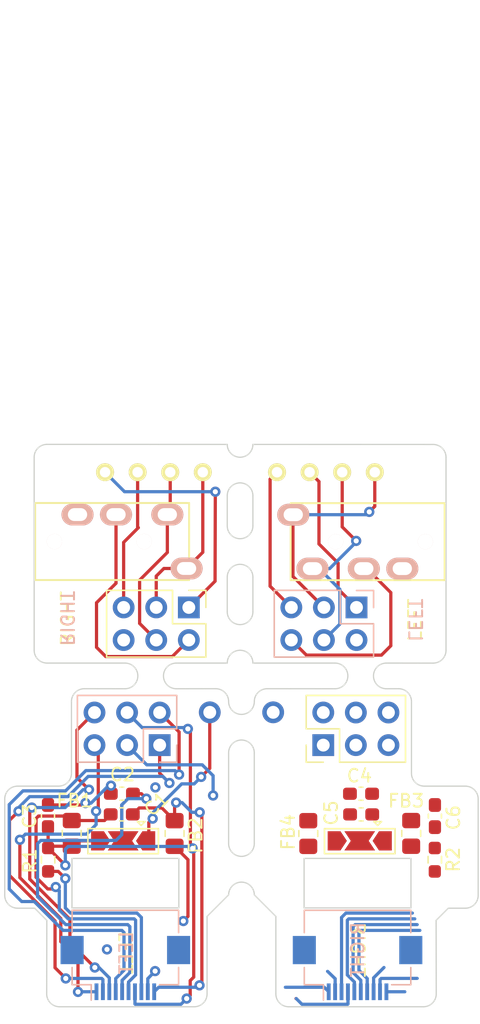
<source format=kicad_pcb>
(kicad_pcb (version 20211014) (generator pcbnew)
  (layers (0 "F.Cu" signal) (31 "B.Cu" signal) (34 "B.Paste" user) (35 "F.Paste" user) (36 "B.SilkS" user "B.Silkscreen") (37 "F.SilkS" user "F.Silkscreen") (38 "B.Mask" user) (39 "F.Mask" user) (44 "Edge.Cuts" user))
  (net 0 "")
  (net 2 "Net-(J1-Pad4)")
  (net 3 "Net-(J2-Pad1)")
  (net 4 "Net-(J2-Pad3)")
  (net 5 "Net-(J1-Pad1)")
  (net 6 "Net-(J1-Pad2)")
  (net 8 "Net-(J4-Pad1)")
  (net 9 "Net-(J4-Pad2)")
  (net 11 "Net-(J4-Pad4)")
  (net 12 "Net-(J5-Pad1)")
  (net 13 "Net-(J5-Pad3)")
  (net 15 "/L_DAT")
  (net 16 "/L_CS")
  (net 17 "/L_EIN")
  (net 18 "/L_DISP")
  (net 19 "VDDA")
  (net 20 "+3V3")
  (net 21 "/L_EXTMODE")
  (net 22 "GND")
  (net 23 "GNDA")
  (net 24 "/L_CLK")
  (net 25 "Net-(J9-Pad1)")
  (net 26 "/R_DISP")
  (net 27 "/R_CLK")
  (net 28 "/R_DAT")
  (net 29 "/R_CS")
  (net 30 "/R_EIN")
  (net 31 "/R_EXTMODE")
  (net 32 "Net-(J12-Pad1)")
  (footprint "Resistor_SMD:R_0603_1608Metric_Pad0.98x0.95mm_HandSolder" (layer "F.Cu") (at 30.597092 85.197141 -90)
    (fp_text reference "R1")
    (fp_text value "10kΩ" hide)
  )
  (footprint "Resistor_SMD:R_0805_2012Metric_Pad1.20x1.40mm_HandSolder" (layer "F.Cu") (at 58.89738 83.15 -90)
    (fp_text reference "FB3")
    (fp_text value "Ferrite_Bead" hide)
  )
  (footprint "Capacitor_SMD:C_0603_1608Metric_Pad1.08x0.95mm_HandSolder" (layer "F.Cu") (at 54.99738 81.67 180)
    (fp_text reference "C5")
    (fp_text value "1uF")
  )
  (footprint "TPS42-Shield:OLED" (layer "F.Cu") (at 52.25 55.01)
    (fp_text reference "J6" hide)
    (fp_text value "OLED" hide)
  )
  (footprint "Capacitor_SMD:C_0603_1608Metric_Pad1.08x0.95mm_HandSolder" (layer "F.Cu") (at 54.98738 80.06)
    (fp_text reference "C4")
    (fp_text value "560pF/680pF" hide)
  )
  (footprint "TPS42-Shield:mouse-bite-2mm-slot" (layer "F.Cu") (at 45.66 85.94 -90)
    (fp_text reference "mouse-bite-2mm-slot" hide)
    (fp_text value "VAL**" hide)
  )
  (footprint "Capacitor_SMD:C_0603_1608Metric_Pad1.08x0.95mm_HandSolder" (layer "F.Cu") (at 36.347092 80.057141 180)
    (fp_text reference "C1")
    (fp_text value "560pF/680pF" hide)
  )
  (footprint "TPS42-Shield:mouse-bite-2mm-slot" (layer "F.Cu") (at 45.57 67.88 90)
    (fp_text reference "mouse-bite-2mm-slot" hide)
    (fp_text value "VAL**" hide)
  )
  (footprint "Connector_PinHeader_2.54mm:PinHeader_2x03_P2.54mm_Vertical" (layer "F.Cu") (at 52.045 76.272141 90)
    (fp_text reference "J11" hide)
    (fp_text value "Conn_01x06" hide)
  )
  (footprint "Resistor_SMD:R_0603_1608Metric_Pad0.98x0.95mm_HandSolder" (layer "F.Cu") (at 60.73738 85.2 -90)
    (fp_text reference "R2")
    (fp_text value "10kΩ")
  )
  (footprint "TPS42-Shield:mouse-bite-2mm-slot" (layer "F.Cu") (at 45.56 54.84 90)
    (fp_text reference "mouse-bite-2mm-slot" hide)
    (fp_text value "VAL**" hide)
  )
  (footprint "Capacitor_SMD:C_0603_1608Metric_Pad1.08x0.95mm_HandSolder" (layer "F.Cu") (at 36.337092 81.667141)
    (fp_text reference "C2")
    (fp_text value "1uF")
  )
  (footprint "Connector_PinHeader_2.54mm:PinHeader_1x01_P2.54mm_Vertical" (layer "F.Cu") (at 48.14 73.717141 180)
    (fp_text reference "J12" hide)
    (fp_text value "Conn_01x01" hide)
  )
  (footprint "TPS42-Shield:mouse-bite-2mm-slot" (layer "F.Cu") (at 45.67 74.88 -90)
    (fp_text reference "mouse-bite-2mm-slot" hide)
    (fp_text value "VAL**" hide)
  )
  (footprint "TPS42-Shield:OLED" (layer "F.Cu") (at 38.845 55.01)
    (fp_text reference "J3")
    (fp_text value "OLED" hide)
  )
  (footprint "Capacitor_SMD:C_0603_1608Metric_Pad1.08x0.95mm_HandSolder" (layer "F.Cu") (at 60.74738 81.8 90)
    (fp_text reference "C6")
    (fp_text value "1uF" hide)
  )
  (footprint "Capacitor_SMD:C_0603_1608Metric_Pad1.08x0.95mm_HandSolder" (layer "F.Cu") (at 30.587092 81.797141 90)
    (fp_text reference "C3")
    (fp_text value "1uF")
  )
  (footprint "Resistor_SMD:R_0805_2012Metric_Pad1.20x1.40mm_HandSolder" (layer "F.Cu") (at 50.87738 83.16 -90)
    (fp_text reference "FB4")
    (fp_text value "Ferrite_Bead" hide)
  )
  (footprint "Jumper:SolderJumper-3_P2.0mm_Open_TrianglePad1.0x1.5mm" (layer "F.Cu") (at 36.447092 83.729641 180)
    (fp_text reference "JP1" hide)
    (fp_text value "Jumper_3_Open" hide)
  )
  (footprint "Connector_PinHeader_2.54mm:PinHeader_2x03_P2.54mm_Vertical" (layer "F.Cu") (at 41.565 65.545 -90)
    (fp_text reference "J2" hide)
    (fp_text value "Conn_01x06" hide)
  )
  (footprint "Resistor_SMD:R_0805_2012Metric_Pad1.20x1.40mm_HandSolder" (layer "F.Cu") (at 40.457092 83.157141 -90)
    (fp_text reference "FB2")
    (fp_text value "Ferrite_Bead" hide)
  )
  (footprint "TPS42-Shield:mouse-bite-2mm-slot" (layer "F.Cu") (at 45.56 61.19 90)
    (fp_text reference "mouse-bite-2mm-slot" hide)
    (fp_text value "VAL**" hide)
  )
  (footprint "Connector_PinHeader_2.54mm:PinHeader_1x01_P2.54mm_Vertical" (layer "F.Cu") (at 43.197092 73.717141 180)
    (fp_text reference "J9" hide)
    (fp_text value "Conn_01x01" hide)
  )
  (footprint "TPS42-Shield:mouse-bite-2mm-slot" (layer "F.Cu") (at 54.96 70.879801 180)
    (fp_text reference "mouse-bite-2mm-slot" hide)
    (fp_text value "VAL**" hide)
  )
  (footprint "Resistor_SMD:R_0805_2012Metric_Pad1.20x1.40mm_HandSolder" (layer "F.Cu") (at 32.437092 83.147141 -90)
    (fp_text reference "FB1")
    (fp_text value "Ferrite_Bead" hide)
  )
  (footprint "TPS42-Shield:mouse-bite-2mm-slot" (layer "F.Cu") (at 38.59 70.88 180)
    (fp_text reference "mouse-bite-2mm-slot" hide)
    (fp_text value "VAL**" hide)
  )
  (footprint "Jumper:SolderJumper-3_P2.0mm_Open_TrianglePad1.0x1.5mm" (layer "F.Cu") (at 54.88738 83.73 180)
    (fp_text reference "JP2" hide)
    (fp_text value "Jumper_3_Open" hide)
  )
  (footprint "TPS42-Shield:MJ-4PP-9" (layer "B.Cu") (at 61.505 58.67 90)
    (fp_text reference "J4" hide)
    (fp_text value "PJ-320A" hide)
  )
  (footprint "Connector_PinHeader_2.54mm:PinHeader_2x03_P2.54mm_Vertical" (layer "B.Cu") (at 49.555 65.545 -90)
    (fp_text reference "J5" hide)
    (fp_text value "Conn_01x06" hide)
  )
  (footprint "Connector_FFC-FPC:Hirose_FH12-10S-0.5SH_1x10-1MP_P0.50mm_Horizontal" (layer "B.Cu") (at 36.617092 93.637141)
    (fp_text reference "J7" hide)
    (fp_text value "FH12-10S-0.5SH" hide)
  )
  (footprint "Connector_FFC-FPC:Hirose_FH12-10S-0.5SH_1x10-1MP_P0.50mm_Horizontal" (layer "B.Cu") (at 54.71738 93.64)
    (fp_text reference "J10" hide)
    (fp_text value "FH12-10S-0.5SH" hide)
  )
  (footprint "Connector_PinHeader_2.54mm:PinHeader_2x03_P2.54mm_Vertical" (layer "B.Cu") (at 39.292092 76.272141 90)
    (fp_text reference "J8" hide)
    (fp_text value "Conn_01x06" hide)
  )
  (footprint "TPS42-Shield:MJ-4PP-9" (layer "B.Cu") (at 29.59 62.16 -90)
    (fp_text reference "J1" hide)
    (fp_text value "PJ-320A" hide)
  )
  (gr_arc (start 28.217092 88.977141) (mid 27.509951 88.684233) (end 27.217043 87.977092) (layer "Edge.Cuts") (width 0.1))
  (gr_line (start 44.56 63.186396) (end 44.56 65.883604) (layer "Edge.Cuts") (width 0.1))
  (gr_arc (start 44.56 63.186396) (mid 45.56 62.186396) (end 46.56 63.186396) (layer "Edge.Cuts") (width 0.1))
  (gr_arc (start 42.987092 95.657141) (mid 42.694184 96.364282) (end 41.987043 96.65719) (layer "Edge.Cuts") (width 0.1))
  (gr_line (start 58.88 85.097141) (end 50.55 85.097141) (layer "Edge.Cuts") (width 0.1))
  (gr_line (start 29.547092 88.977141) (end 28.217092 88.977141) (layer "Edge.Cuts") (width 0.1))
  (gr_arc (start 27.217092 80.467141) (mid 27.51 79.76) (end 28.217141 79.467092) (layer "Edge.Cuts") (width 0.1))
  (gr_arc (start 46.56 65.883604) (mid 45.56 66.883604) (end 44.56 65.883604) (layer "Edge.Cuts") (width 0.1))
  (gr_line (start 30.487043 95.657092) (end 30.497092 89.927141) (layer "Edge.Cuts") (width 0.1))
  (gr_arc (start 61.612908 68.882859) (mid 61.32 69.59) (end 60.612859 69.882908) (layer "Edge.Cuts") (width 0.1))
  (gr_line (start 46.56 56.84) (end 46.56 59.19) (layer "Edge.Cuts") (width 0.1))
  (gr_arc (start 44.667141 76.873586) (mid 45.667141 75.873586) (end 46.667141 76.873586) (layer "Edge.Cuts") (width 0.1))
  (gr_line (start 61.612908 53.847141) (end 61.612908 68.882859) (layer "Edge.Cuts") (width 0.1))
  (gr_line (start 58.88 88.957141) (end 58.88 85.097141) (layer "Edge.Cuts") (width 0.1))
  (gr_line (start 61.79 88.977141) (end 60.84 89.927141) (layer "Edge.Cuts") (width 0.1))
  (gr_line (start 32.457092 88.957141) (end 40.787092 88.957141) (layer "Edge.Cuts") (width 0.1))
  (gr_arc (start 46.669951 72.87719) (mid 45.668546 73.878595) (end 44.667141 72.87719) (layer "Edge.Cuts") (width 0.1))
  (gr_line (start 52.96 69.879602) (end 46.56 69.88) (layer "Edge.Cuts") (width 0.1))
  (gr_line (start 36.59 71.880199) (end 33.417141 71.877092) (layer "Edge.Cuts") (width 0.1))
  (gr_line (start 58.92 72.877141) (end 58.92 78.467141) (layer "Edge.Cuts") (width 0.1))
  (gr_arc (start 31.487092 96.657141) (mid 30.779951 96.364233) (end 30.487043 95.657092) (layer "Edge.Cuts") (width 0.1))
  (gr_line (start 40.59 69.879801) (end 44.56 69.88) (layer "Edge.Cuts") (width 0.1))
  (gr_line (start 41.987043 96.65719) (end 31.487092 96.657141) (layer "Edge.Cuts") (width 0.1))
  (gr_arc (start 57.919951 71.877092) (mid 58.627092 72.17) (end 58.92 72.877141) (layer "Edge.Cuts") (width 0.1))
  (gr_arc (start 63.119951 79.467092) (mid 63.827092 79.76) (end 64.12 80.467141) (layer "Edge.Cuts") (width 0.1))
  (gr_line (start 52.96 71.88) (end 47.67 71.877141) (layer "Edge.Cuts") (width 0.1))
  (gr_arc (start 44.56 56.84) (mid 45.56 55.84) (end 46.56 56.84) (layer "Edge.Cuts") (width 0.1))
  (gr_arc (start 64.120049 87.977092) (mid 63.827141 88.684233) (end 63.12 88.977141) (layer "Edge.Cuts") (width 0.1))
  (gr_arc (start 46.56 52.843604) (mid 45.56 53.843604) (end 44.56 52.843604) (layer "Edge.Cuts") (width 0.1))
  (gr_line (start 48.35 95.657141) (end 48.35 89.617141) (layer "Edge.Cuts") (width 0.1))
  (gr_line (start 44.667141 76.873586) (end 44.667092 83.940745) (layer "Edge.Cuts") (width 0.1))
  (gr_arc (start 59.920049 79.46719) (mid 59.212908 79.174282) (end 58.92 78.467141) (layer "Edge.Cuts") (width 0.1))
  (gr_line (start 40.787092 85.097141) (end 32.457092 85.097141) (layer "Edge.Cuts") (width 0.1))
  (gr_arc (start 56.96 71.88) (mid 55.959801 70.879801) (end 56.96 69.879602) (layer "Edge.Cuts") (width 0.1))
  (gr_line (start 60.612859 69.882908) (end 56.96 69.879602) (layer "Edge.Cuts") (width 0.1))
  (gr_line (start 50.55 85.097141) (end 50.55 88.957141) (layer "Edge.Cuts") (width 0.1))
  (gr_arc (start 44.667092 87.937141) (mid 45.668546 86.935687) (end 46.67 87.937141) (layer "Edge.Cuts") (width 0.1))
  (gr_arc (start 49.350049 96.65719) (mid 48.642908 96.364282) (end 48.35 95.657141) (layer "Edge.Cuts") (width 0.1))
  (gr_arc (start 40.59 71.880199) (mid 39.589801 70.88) (end 40.59 69.879801) (layer "Edge.Cuts") (width 0.1))
  (gr_line (start 56.96 71.88) (end 57.919951 71.877092) (layer "Edge.Cuts") (width 0.1))
  (gr_line (start 28.217141 79.467092) (end 31.417043 79.46719) (layer "Edge.Cuts") (width 0.1))
  (gr_arc (start 32.417092 78.467141) (mid 32.124184 79.174282) (end 31.417043 79.46719) (layer "Edge.Cuts") (width 0.1))
  (gr_line (start 44.56 56.84) (end 44.56 59.19) (layer "Edge.Cuts") (width 0.1))
  (gr_line (start 36.59 69.879801) (end 30.51 69.88) (layer "Edge.Cuts") (width 0.1))
  (gr_line (start 27.217043 87.977092) (end 27.217092 80.467141) (layer "Edge.Cuts") (width 0.1))
  (gr_arc (start 46.669951 72.87719) (mid 46.962859 72.170049) (end 47.67 71.877141) (layer "Edge.Cuts") (width 0.1))
  (gr_arc (start 52.96 69.879602) (mid 53.960199 70.879801) (end 52.96 71.88) (layer "Edge.Cuts") (width 0.1))
  (gr_line (start 48.35 89.617141) (end 46.67 87.937141) (layer "Edge.Cuts") (width 0.1))
  (gr_line (start 30.497092 89.927141) (end 29.547092 88.977141) (layer "Edge.Cuts") (width 0.1))
  (gr_line (start 44.667092 87.937141) (end 42.987092 89.617141) (layer "Edge.Cuts") (width 0.1))
  (gr_line (start 50.55 88.957141) (end 58.88 88.957141) (layer "Edge.Cuts") (width 0.1))
  (gr_line (start 40.787092 88.957141) (end 40.787092 85.097141) (layer "Edge.Cuts") (width 0.1))
  (gr_arc (start 60.612859 52.847092) (mid 61.32 53.14) (end 61.612908 53.847141) (layer "Edge.Cuts") (width 0.1))
  (gr_line (start 42.987092 89.617141) (end 42.987092 95.657141) (layer "Edge.Cuts") (width 0.1))
  (gr_line (start 63.12 88.977141) (end 61.79 88.977141) (layer "Edge.Cuts") (width 0.1))
  (gr_arc (start 44.56 69.88) (mid 45.56 68.88) (end 46.56 69.88) (layer "Edge.Cuts") (width 0.1))
  (gr_arc (start 29.509951 53.84) (mid 29.802859 53.132859) (end 30.51 52.839951) (layer "Edge.Cuts") (width 0.1))
  (gr_line (start 32.417092 78.467141) (end 32.417092 72.877141) (layer "Edge.Cuts") (width 0.1))
  (gr_line (start 30.51 52.839951) (end 44.56 52.843604) (layer "Edge.Cuts") (width 0.1))
  (gr_arc (start 46.56 59.19) (mid 45.56 60.19) (end 44.56 59.19) (layer "Edge.Cuts") (width 0.1))
  (gr_line (start 46.56 65.883604) (end 46.56 63.186396) (layer "Edge.Cuts") (width 0.1))
  (gr_line (start 29.509951 68.879951) (end 29.509951 53.84) (layer "Edge.Cuts") (width 0.1))
  (gr_line (start 32.457092 85.097141) (end 32.457092 88.957141) (layer "Edge.Cuts") (width 0.1))
  (gr_arc (start 32.417092 72.877141) (mid 32.71 72.17) (end 33.417141 71.877092) (layer "Edge.Cuts") (width 0.1))
  (gr_line (start 59.85 96.657141) (end 49.350049 96.65719) (layer "Edge.Cuts") (width 0.1))
  (gr_arc (start 43.667092 71.877141) (mid 44.374233 72.170049) (end 44.667141 72.87719) (layer "Edge.Cuts") (width 0.1))
  (gr_arc (start 30.51 69.88) (mid 29.802859 69.587092) (end 29.509951 68.879951) (layer "Edge.Cuts") (width 0.1))
  (gr_line (start 60.84 89.927141) (end 60.850049 95.657092) (layer "Edge.Cuts") (width 0.1))
  (gr_arc (start 46.667092 83.940745) (mid 45.667092 84.940745) (end 44.667092 83.940745) (layer "Edge.Cuts") (width 0.1))
  (gr_line (start 46.667092 83.940745) (end 46.667141 76.873586) (layer "Edge.Cuts") (width 0.1))
  (gr_line (start 46.56 52.843604) (end 60.612859 52.847092) (layer "Edge.Cuts") (width 0.1))
  (gr_line (start 40.59 71.880199) (end 43.667092 71.877141) (layer "Edge.Cuts") (width 0.1))
  (gr_line (start 64.12 80.467141) (end 64.120049 87.977092) (layer "Edge.Cuts") (width 0.1))
  (gr_arc (start 60.850049 95.657092) (mid 60.557141 96.364233) (end 59.85 96.657141) (layer "Edge.Cuts") (width 0.1))
  (gr_arc (start 36.59 69.879801) (mid 37.590199 70.88) (end 36.59 71.880199) (layer "Edge.Cuts") (width 0.1))
  (gr_line (start 59.920049 79.46719) (end 63.119951 79.467092) (layer "Edge.Cuts") (width 0.1))
  (gr_text "RIGHT" (at 32.07 66.4 -90) (layer "B.SilkS") (effects (font (size 1 1)) (justify mirror)))
  (gr_text "LEFT" (at 59.205 66.53 -90) (layer "B.SilkS") (effects (font (size 1 1)) (justify mirror)))
  (gr_text "RIGHT" (at 54.74 92.21 90) (layer "B.SilkS") (effects (font (size 1 1)) (justify mirror)))
  (gr_text "LEFT" (at 36.69 92.46 90) (layer "B.SilkS") (effects (font (size 1 1)) (justify mirror)))
  (gr_text "RIGHT" (at 54.74 92.21 270) (layer "F.SilkS") (effects (font (size 1 1))))
  (gr_text "LEFT" (at 36.6 92.43 270) (layer "F.SilkS") (effects (font (size 1 1))))
  (gr_text "RIGHT" (at 32.129903 66.419234 90) (layer "F.SilkS") (effects (font (size 1 1))))
  (gr_text "LEFT" (at 59.205 66.53 90) (layer "F.SilkS") (effects (font (size 1 1))))
  (segment (start 42.655 61.245) (end 42.655 55.01) (width 0.25) (layer "F.Cu") (net 2))
  (segment (start 41.39 62.51) (end 42.655 61.245) (width 0.25) (layer "F.Cu") (net 2))
  (segment (start 39.025 63.105) (end 39.62 62.51) (width 0.25) (layer "F.Cu") (net 2))
  (segment (start 39.62 62.51) (end 41.39 62.51) (width 0.25) (layer "F.Cu") (net 2))
  (segment (start 39.025 65.545) (end 39.025 63.105) (width 0.25) (layer "F.Cu") (net 2))
  (segment (start 41.565 65.545) (end 43.61 63.5) (width 0.25) (layer "F.Cu") (net 3))
  (segment (start 43.61 63.5) (end 43.63 56.53) (width 0.25) (layer "F.Cu") (net 3))
  (via (at 43.63 56.53) (size 0.8) (drill 0.4) (layers "F.Cu" "B.Cu") (net 3))
  (segment (start 43.63 56.53) (end 36.555 56.53) (width 0.25) (layer "B.Cu") (net 3))
  (segment (start 36.555 56.53) (end 35.035 55.01) (width 0.25) (layer "B.Cu") (net 3))
  (segment (start 36.485 65.545) (end 36.485 60.475) (width 0.25) (layer "F.Cu") (net 4))
  (segment (start 36.485 60.475) (end 37.63 59.33) (width 0.25) (layer "F.Cu") (net 4))
  (segment (start 37.575 59.275) (end 37.575 55.01) (width 0.25) (layer "F.Cu") (net 4))
  (segment (start 37.63 59.33) (end 37.575 59.275) (width 0.25) (layer "F.Cu") (net 4))
  (segment (start 40.115 55.01) (end 40.115 58.085) (width 0.25) (layer "F.Cu") (net 5))
  (segment (start 37.73 63.42) (end 37.73 66.79) (width 0.25) (layer "F.Cu") (net 5))
  (segment (start 37.73 66.79) (end 39.025 68.085) (width 0.25) (layer "F.Cu") (net 5))
  (segment (start 39.89 61.26) (end 37.73 63.42) (width 0.25) (layer "F.Cu") (net 5))
  (segment (start 40.115 58.085) (end 39.89 58.31) (width 0.25) (layer "F.Cu") (net 5))
  (segment (start 39.89 58.31) (end 39.89 61.26) (width 0.25) (layer "F.Cu") (net 5))
  (segment (start 35.89 58.31) (end 35.89 63.66) (width 0.25) (layer "F.Cu") (net 6))
  (segment (start 35.09 69.37) (end 40.28 69.37) (width 0.25) (layer "F.Cu") (net 6))
  (segment (start 35.89 63.66) (end 34.37 65.18) (width 0.25) (layer "F.Cu") (net 6))
  (segment (start 34.37 68.65) (end 35.09 69.37) (width 0.25) (layer "F.Cu") (net 6))
  (segment (start 40.28 69.37) (end 41.565 68.085) (width 0.25) (layer "F.Cu") (net 6))
  (segment (start 34.37 65.18) (end 34.37 68.65) (width 0.25) (layer "F.Cu") (net 6))
  (segment (start 53.52 55.01) (end 53.52 59.27) (width 0.25) (layer "F.Cu") (net 8))
  (segment (start 53.52 59.27) (end 54.61 60.36) (width 0.25) (layer "F.Cu") (net 8))
  (via (at 54.61 60.36) (size 0.8) (drill 0.4) (layers "F.Cu" "B.Cu") (net 8))
  (segment (start 54.61 60.45) (end 54.61 60.36) (width 0.25) (layer "B.Cu") (net 8))
  (segment (start 52.095 68.085) (end 53.34 66.84) (width 0.25) (layer "B.Cu") (net 8))
  (segment (start 51.72 62.52) (end 51.205 62.52) (width 0.25) (layer "B.Cu") (net 8))
  (segment (start 53.34 66.84) (end 53.34 64.14) (width 0.25) (layer "B.Cu") (net 8))
  (segment (start 53.34 64.14) (end 51.72 62.52) (width 0.25) (layer "B.Cu") (net 8))
  (segment (start 51.205 62.52) (end 52.54 62.52) (width 0.25) (layer "B.Cu") (net 8))
  (segment (start 52.54 62.52) (end 54.61 60.45) (width 0.25) (layer "B.Cu") (net 8))
  (segment (start 57.31 64.39) (end 57.31 68.53) (width 0.25) (layer "F.Cu") (net 9))
  (segment (start 55.44 62.52) (end 57.31 64.39) (width 0.25) (layer "F.Cu") (net 9))
  (segment (start 55.205 62.52) (end 55.44 62.52) (width 0.25) (layer "F.Cu") (net 9))
  (segment (start 57.31 68.53) (end 56.580489 69.259511) (width 0.25) (layer "F.Cu") (net 9))
  (segment (start 50.729511 69.259511) (end 49.555 68.085) (width 0.25) (layer "F.Cu") (net 9))
  (segment (start 56.580489 69.259511) (end 50.729511 69.259511) (width 0.25) (layer "F.Cu") (net 9))
  (segment (start 56.06 55.01) (end 56.06 57.67) (width 0.25) (layer "F.Cu") (net 11))
  (segment (start 49.68048 58.34452) (end 49.705 58.32) (width 0.25) (layer "F.Cu") (net 11))
  (segment (start 56.06 57.67) (end 55.63 58.1) (width 0.25) (layer "F.Cu") (net 11))
  (segment (start 52.095 65.545) (end 49.68048 63.13048) (width 0.25) (layer "F.Cu") (net 11))
  (segment (start 49.68048 63.13048) (end 49.68048 58.34452) (width 0.25) (layer "F.Cu") (net 11))
  (via (at 55.63 58.1) (size 0.8) (drill 0.4) (layers "F.Cu" "B.Cu") (net 11))
  (segment (start 55.41 58.32) (end 55.63 58.1) (width 0.25) (layer "B.Cu") (net 11))
  (segment (start 49.705 58.32) (end 55.41 58.32) (width 0.25) (layer "B.Cu") (net 11))
  (segment (start 47.9 55.55) (end 47.9 63.89) (width 0.25) (layer "F.Cu") (net 12))
  (segment (start 48.44 55.01) (end 47.9 55.55) (width 0.25) (layer "F.Cu") (net 12))
  (segment (start 47.9 63.89) (end 49.555 65.545) (width 0.25) (layer "F.Cu") (net 12))
  (segment (start 53.2 62.09) (end 51.71 60.6) (width 0.25) (layer "F.Cu") (net 13))
  (segment (start 51.71 60.6) (end 51.71 55.74) (width 0.25) (layer "F.Cu") (net 13))
  (segment (start 54.635 65.545) (end 53.2 64.11) (width 0.25) (layer "F.Cu") (net 13))
  (segment (start 53.2 64.11) (end 53.2 62.09) (width 0.25) (layer "F.Cu") (net 13))
  (segment (start 51.71 55.74) (end 50.98 55.01) (width 0.25) (layer "F.Cu") (net 13))
  (segment (start 28.291592 81.424919) (end 27.587092 82.129419) (width 0.25) (layer "F.Cu") (net 15))
  (segment (start 31.137572 89.973339) (end 31.137572 93.614652) (width 0.25) (layer "F.Cu") (net 15))
  (segment (start 39.292092 78.462235) (end 39.292092 76.272141) (width 0.25) (layer "F.Cu") (net 15))
  (segment (start 27.587092 82.129419) (end 27.587092 86.422859) (width 0.25) (layer "F.Cu") (net 15))
  (segment (start 31.137572 93.614652) (end 31.973251 94.450331) (width 0.25) (layer "F.Cu") (net 15))
  (segment (start 27.587092 86.422859) (end 31.137572 89.973339) (width 0.25) (layer "F.Cu") (net 15))
  (segment (start 40.052935 79.223078) (end 39.292092 78.462235) (width 0.25) (layer "F.Cu") (net 15))
  (via (at 40.052935 79.223078) (size 0.8) (drill 0.4) (layers "F.Cu" "B.Cu") (net 15))
  (via (at 28.291592 81.424919) (size 0.8) (drill 0.4) (layers "F.Cu" "B.Cu") (net 15))
  (via (at 31.973251 94.450331) (size 0.8) (drill 0.4) (layers "F.Cu" "B.Cu") (net 15))
  (segment (start 29.152958 80.286661) (end 28.291592 81.148027) (width 0.25) (layer "B.Cu") (net 15))
  (segment (start 28.291592 81.148027) (end 28.291592 81.424919) (width 0.25) (layer "B.Cu") (net 15))
  (segment (start 34.776114 94.447141) (end 31.973251 94.450331) (width 0.25) (layer "B.Cu") (net 15))
  (segment (start 40.052935 79.223078) (end 39.536518 78.706661) (width 0.25) (layer "B.Cu") (net 15))
  (segment (start 33.72329 78.706661) (end 32.14329 80.286661) (width 0.25) (layer "B.Cu") (net 15))
  (segment (start 34.867092 95.487141) (end 34.867092 94.538119) (width 0.25) (layer "B.Cu") (net 15))
  (segment (start 34.867092 94.538119) (end 34.776114 94.447141) (width 0.25) (layer "B.Cu") (net 15))
  (segment (start 39.536518 78.706661) (end 33.72329 78.706661) (width 0.25) (layer "B.Cu") (net 15))
  (segment (start 32.14329 80.286661) (end 29.152958 80.286661) (width 0.25) (layer "B.Cu") (net 15))
  (segment (start 29.167092 81.297141) (end 29.167092 86.712859) (width 0.25) (layer "F.Cu") (net 16))
  (segment (start 33.782592 79.741161) (end 32.847092 78.805661) (width 0.25) (layer "F.Cu") (net 16))
  (segment (start 32.297092 89.842859) (end 32.297092 91.657141) (width 0.25) (layer "F.Cu") (net 16))
  (segment (start 32.847092 75.097141) (end 34.212092 73.732141) (width 0.25) (layer "F.Cu") (net 16))
  (segment (start 29.167092 86.712859) (end 32.297092 89.842859) (width 0.25) (layer "F.Cu") (net 16))
  (segment (start 32.297092 91.657141) (end 34.237092 93.597141) (width 0.25) (layer "F.Cu") (net 16))
  (segment (start 29.327092 81.137141) (end 29.167092 81.297141) (width 0.25) (layer "F.Cu") (net 16))
  (segment (start 32.847092 78.805661) (end 32.847092 75.097141) (width 0.25) (layer "F.Cu") (net 16))
  (via (at 29.327092 81.137141) (size 0.8) (drill 0.4) (layers "F.Cu" "B.Cu") (net 16))
  (via (at 33.782592 79.741161) (size 0.8) (drill 0.4) (layers "F.Cu" "B.Cu") (net 16))
  (via (at 34.237092 93.597141) (size 0.8) (drill 0.4) (layers "F.Cu" "B.Cu") (net 16))
  (segment (start 35.367092 94.402401) (end 34.561832 93.597141) (width 0.25) (layer "B.Cu") (net 16))
  (segment (start 33.324508 79.741161) (end 31.928528 81.137141) (width 0.25) (layer "B.Cu") (net 16))
  (segment (start 34.561832 93.597141) (end 34.237092 93.597141) (width 0.25) (layer "B.Cu") (net 16))
  (segment (start 31.928528 81.137141) (end 29.327092 81.137141) (width 0.25) (layer "B.Cu") (net 16))
  (segment (start 33.782592 79.741161) (end 33.324508 79.741161) (width 0.25) (layer "B.Cu") (net 16))
  (segment (start 35.367092 95.487141) (end 35.367092 94.402401) (width 0.25) (layer "B.Cu") (net 16))
  (segment (start 40.807092 75.247141) (end 39.292092 73.732141) (width 0.25) (layer "F.Cu") (net 17))
  (segment (start 40.807092 78.567141) (end 40.807092 75.247141) (width 0.25) (layer "F.Cu") (net 17))
  (via (at 40.807092 78.567141) (size 0.8) (drill 0.4) (layers "F.Cu" "B.Cu") (net 17))
  (segment (start 31.765652 90.705701) (end 36.345652 90.705701) (width 0.25) (layer "B.Cu") (net 17))
  (segment (start 27.567092 87.487141) (end 28.537092 88.457141) (width 0.25) (layer "B.Cu") (net 17))
  (segment (start 40.497092 78.257141) (end 33.537092 78.257141) (width 0.25) (layer "B.Cu") (net 17))
  (segment (start 35.867092 94.455705) (end 35.867092 95.487141) (width 0.25) (layer "B.Cu") (net 17))
  (segment (start 27.567092 80.907141) (end 27.567092 87.487141) (width 0.25) (layer "B.Cu") (net 17))
  (segment (start 36.345652 90.705701) (end 36.511374 90.871423) (width 0.25) (layer "B.Cu") (net 17))
  (segment (start 33.537092 78.257141) (end 31.957092 79.837141) (width 0.25) (layer "B.Cu") (net 17))
  (segment (start 28.637092 79.837141) (end 27.567092 80.907141) (width 0.25) (layer "B.Cu") (net 17))
  (segment (start 29.517092 88.457141) (end 31.765652 90.705701) (width 0.25) (layer "B.Cu") (net 17))
  (segment (start 28.537092 88.457141) (end 29.517092 88.457141) (width 0.25) (layer "B.Cu") (net 17))
  (segment (start 40.807092 78.567141) (end 40.497092 78.257141) (width 0.25) (layer "B.Cu") (net 17))
  (segment (start 31.957092 79.837141) (end 28.637092 79.837141) (width 0.25) (layer "B.Cu") (net 17))
  (segment (start 36.511374 93.811423) (end 35.867092 94.455705) (width 0.25) (layer "B.Cu") (net 17))
  (segment (start 36.511374 90.871423) (end 36.511374 93.811423) (width 0.25) (layer "B.Cu") (net 17))
  (segment (start 36.337572 80.929161) (end 36.337572 83.620121) (width 0.25) (layer "F.Cu") (net 18))
  (segment (start 38.254296 80.442641) (end 37.868796 80.057141) (width 0.25) (layer "F.Cu") (net 18))
  (segment (start 37.209592 80.057141) (end 36.337572 80.929161) (width 0.25) (layer "F.Cu") (net 18))
  (segment (start 37.868796 80.057141) (end 37.209592 80.057141) (width 0.25) (layer "F.Cu") (net 18))
  (segment (start 36.337572 83.620121) (end 36.447092 83.729641) (width 0.25) (layer "F.Cu") (net 18))
  (via (at 38.254296 80.442641) (size 0.8) (drill 0.4) (layers "F.Cu" "B.Cu") (net 18))
  (segment (start 36.807092 90.256181) (end 36.968052 90.417141) (width 0.25) (layer "B.Cu") (net 18))
  (segment (start 36.367092 94.591423) (end 36.367092 95.487141) (width 0.25) (layer "B.Cu") (net 18))
  (segment (start 31.007572 89.289057) (end 31.974696 90.256181) (width 0.25) (layer "B.Cu") (net 18))
  (segment (start 38.254296 80.442641) (end 36.821592 80.442641) (width 0.25) (layer "B.Cu") (net 18))
  (segment (start 36.968052 90.417141) (end 36.968052 93.990463) (width 0.25) (layer "B.Cu") (net 18))
  (segment (start 35.897092 83.697141) (end 30.027092 83.697141) (width 0.25) (layer "B.Cu") (net 18))
  (segment (start 29.774951 88.079282) (end 30.984726 89.289057) (width 0.25) (layer "B.Cu") (net 18))
  (segment (start 36.337092 83.257141) (end 35.897092 83.697141) (width 0.25) (layer "B.Cu") (net 18))
  (segment (start 36.337092 80.927141) (end 36.337092 83.257141) (width 0.25) (layer "B.Cu") (net 18))
  (segment (start 29.774951 83.949282) (end 29.774951 88.079282) (width 0.25) (layer "B.Cu") (net 18))
  (segment (start 30.027092 83.697141) (end 29.774951 83.949282) (width 0.25) (layer "B.Cu") (net 18))
  (segment (start 36.821592 80.442641) (end 36.337092 80.927141) (width 0.25) (layer "B.Cu") (net 18))
  (segment (start 31.974696 90.256181) (end 36.807092 90.256181) (width 0.25) (layer "B.Cu") (net 18))
  (segment (start 30.984726 89.289057) (end 31.007572 89.289057) (width 0.25) (layer "B.Cu") (net 18))
  (segment (start 36.968052 93.990463) (end 36.367092 94.591423) (width 0.25) (layer "B.Cu") (net 18))
  (segment (start 32.437092 82.147141) (end 34.994592 82.147141) (width 0.25) (layer "F.Cu") (net 19))
  (segment (start 29.657092 86.567141) (end 29.657092 81.987141) (width 0.25) (layer "F.Cu") (net 19))
  (segment (start 30.568052 87.478101) (end 29.657092 86.567141) (width 0.25) (layer "F.Cu") (net 19))
  (segment (start 31.192592 87.327141) (end 31.041632 87.478101) (width 0.25) (layer "F.Cu") (net 19))
  (segment (start 31.041632 87.478101) (end 30.568052 87.478101) (width 0.25) (layer "F.Cu") (net 19))
  (segment (start 29.846612 81.797621) (end 32.087572 81.797621) (width 0.25) (layer "F.Cu") (net 19))
  (segment (start 29.657092 81.987141) (end 29.846612 81.797621) (width 0.25) (layer "F.Cu") (net 19))
  (segment (start 32.087572 81.797621) (end 32.437092 82.147141) (width 0.25) (layer "F.Cu") (net 19))
  (segment (start 34.994592 82.147141) (end 35.474592 81.667141) (width 0.25) (layer "F.Cu") (net 19))
  (via (at 31.192592 87.327141) (size 0.8) (drill 0.4) (layers "F.Cu" "B.Cu") (net 19))
  (segment (start 31.467572 87.602121) (end 31.467572 89.113338) (width 0.25) (layer "B.Cu") (net 19))
  (segment (start 59.362396 90.256181) (end 54.53 90.256181) (width 0.25) (layer "B.Cu") (net 19))
  (segment (start 54.53 90.256181) (end 54.36904 90.417141) (width 0.25) (layer "B.Cu") (net 19))
  (segment (start 54.36904 93.990463) (end 54.97 94.591423) (width 0.25) (layer "B.Cu") (net 19))
  (segment (start 36.867092 94.727141) (end 36.867092 95.487141) (width 0.25) (layer "B.Cu") (net 19))
  (segment (start 37.417572 94.176661) (end 36.867092 94.727141) (width 0.25) (layer "B.Cu") (net 19))
  (segment (start 31.467572 89.113338) (end 32.160894 89.806661) (width 0.25) (layer "B.Cu") (net 19))
  (segment (start 37.306612 89.806661) (end 37.417572 89.917621) (width 0.25) (layer "B.Cu") (net 19))
  (segment (start 32.160894 89.806661) (end 37.306612 89.806661) (width 0.25) (layer "B.Cu") (net 19))
  (segment (start 54.36904 90.417141) (end 54.36904 93.990463) (width 0.25) (layer "B.Cu") (net 19))
  (segment (start 31.192592 87.327141) (end 31.467572 87.602121) (width 0.25) (layer "B.Cu") (net 19))
  (segment (start 54.97 94.591423) (end 54.97 95.487141) (width 0.25) (layer "B.Cu") (net 19))
  (segment (start 37.417572 89.917621) (end 37.417572 94.176661) (width 0.25) (layer "B.Cu") (net 19))
  (segment (start 34.447092 83.729641) (end 32.854592 83.729641) (width 0.25) (layer "F.Cu") (net 20))
  (segment (start 41.857092 84.317141) (end 41.947572 84.407621) (width 0.25) (layer "F.Cu") (net 20))
  (segment (start 32.437092 84.147141) (end 30.734592 84.147141) (width 0.25) (layer "F.Cu") (net 20))
  (segment (start 41.672581 95.761652) (end 41.627092 95.807141) (width 0.25) (layer "F.Cu") (net 20))
  (segment (start 30.597092 82.669641) (end 30.587092 82.659641) (width 0.25) (layer "F.Cu") (net 20))
  (segment (start 41.672581 94.622132) (end 41.672581 95.761652) (width 0.25) (layer "F.Cu") (net 20))
  (segment (start 32.854592 83.729641) (end 32.437092 84.147141) (width 0.25) (layer "F.Cu") (net 20))
  (segment (start 30.734592 84.147141) (end 30.597092 84.284641) (width 0.25) (layer "F.Cu") (net 20))
  (segment (start 41.490289 75.006013) (end 41.687092 75.202816) (width 0.25) (layer "F.Cu") (net 20))
  (segment (start 41.627092 95.807141) (end 41.607092 95.807141) (width 0.25) (layer "F.Cu") (net 20))
  (segment (start 30.597092 84.284641) (end 30.597092 82.669641) (width 0.25) (layer "F.Cu") (net 20))
  (segment (start 31.939421 85.62697) (end 30.597092 84.284641) (width 0.25) (layer "F.Cu") (net 20))
  (segment (start 41.687092 84.147141) (end 41.857092 84.317141) (width 0.25) (layer "F.Cu") (net 20))
  (segment (start 59.18 84.167141) (end 59.397671 84.384812) (width 0.25) (layer "F.Cu") (net 20))
  (segment (start 41.607092 95.807141) (end 41.397092 96.017141) (width 0.25) (layer "F.Cu") (net 20))
  (segment (start 41.947572 84.407621) (end 41.947572 94.347141) (width 0.25) (layer "F.Cu") (net 20))
  (segment (start 41.687092 75.202816) (end 41.687092 84.147141) (width 0.25) (layer "F.Cu") (net 20))
  (segment (start 41.947572 94.347141) (end 41.672581 94.622132) (width 0.25) (layer "F.Cu") (net 20))
  (segment (start 31.939421 85.63827) (end 31.939421 85.62697) (width 0.25) (layer "F.Cu") (net 20))
  (via (at 41.857092 84.317141) (size 0.8) (drill 0.4) (layers "F.Cu" "B.Cu") (net 20))
  (via (at 41.397092 96.017141) (size 0.8) (drill 0.4) (layers "F.Cu" "B.Cu") (net 20))
  (via (at 41.490289 75.006013) (size 0.8) (drill 0.4) (layers "F.Cu" "B.Cu") (net 20))
  (via (at 31.939421 85.63827) (size 0.8) (drill 0.4) (layers "F.Cu" "B.Cu") (net 20))
  (segment (start 41.490289 75.006013) (end 41.390928 74.906652) (width 0.25) (layer "B.Cu") (net 20))
  (segment (start 55.47 94.455705) (end 55.47 95.487141) (width 0.25) (layer "B.Cu") (net 20))
  (segment (start 37.392581 96.461652) (end 40.952581 96.461652) (width 0.25) (layer "B.Cu") (net 20))
  (segment (start 37.367092 95.487141) (end 37.367092 96.436163) (width 0.25) (layer "B.Cu") (net 20))
  (segment (start 41.857092 84.317141) (end 41.707092 84.167141) (width 0.25) (layer "B.Cu") (net 20))
  (segment (start 40.952581 96.461652) (end 41.397092 96.017141) (width 0.25) (layer "B.Cu") (net 20))
  (segment (start 37.367092 96.436163) (end 37.392581 96.461652) (width 0.25) (layer "B.Cu") (net 20))
  (segment (start 54.99144 90.705701) (end 54.825718 90.871423) (width 0.25) (layer "B.Cu") (net 20))
  (segment (start 41.707092 84.167141) (end 32.157092 84.167141) (width 0.25) (layer "B.Cu") (net 20))
  (segment (start 31.939421 84.384812) (end 31.939421 85.63827) (width 0.25) (layer "B.Cu") (net 20))
  (segment (start 37.926603 74.906652) (end 36.752092 73.732141) (width 0.25) (layer "B.Cu") (net 20))
  (segment (start 54.825718 93.811423) (end 55.47 94.455705) (width 0.25) (layer "B.Cu") (net 20))
  (segment (start 54.825718 90.871423) (end 54.825718 93.811423) (width 0.25) (layer "B.Cu") (net 20))
  (segment (start 41.390928 74.906652) (end 37.926603 74.906652) (width 0.25) (layer "B.Cu") (net 20))
  (segment (start 59.57144 90.705701) (end 54.99144 90.705701) (width 0.25) (layer "B.Cu") (net 20))
  (segment (start 32.157092 84.167141) (end 31.939421 84.384812) (width 0.25) (layer "B.Cu") (net 20))
  (segment (start 31.386193 86.109641) (end 30.597092 86.109641) (width 0.25) (layer "F.Cu") (net 21))
  (segment (start 31.939385 86.662833) (end 31.386193 86.109641) (width 0.25) (layer "F.Cu") (net 21))
  (via (at 31.939385 86.662833) (size 0.8) (drill 0.4) (layers "F.Cu" "B.Cu") (net 21))
  (segment (start 37.867092 89.697141) (end 37.867092 95.487141) (width 0.25) (layer "B.Cu") (net 21))
  (segment (start 31.939385 86.662833) (end 31.939385 88.949434) (width 0.25) (layer "B.Cu") (net 21))
  (segment (start 37.527092 89.357141) (end 37.867092 89.697141) (width 0.25) (layer "B.Cu") (net 21))
  (segment (start 32.347092 89.357141) (end 37.527092 89.357141) (width 0.25) (layer "B.Cu") (net 21))
  (segment (start 31.939385 88.949434) (end 32.347092 89.357141) (width 0.25) (layer "B.Cu") (net 21))
  (segment (start 41.498052 89.616181) (end 41.137092 89.977141) (width 0.25) (layer "F.Cu") (net 22))
  (segment (start 41.498052 85.198101) (end 41.498052 89.616181) (width 0.25) (layer "F.Cu") (net 22))
  (segment (start 30.587092 80.934641) (end 33.359592 80.934641) (width 0.25) (layer "F.Cu") (net 22))
  (segment (start 40.457092 84.157141) (end 41.498052 85.198101) (width 0.25) (layer "F.Cu") (net 22))
  (segment (start 33.359592 80.934641) (end 33.507092 80.787141) (width 0.25) (layer "F.Cu") (net 22))
  (via (at 43.457092 80.197141) (size 0.8) (drill 0.4) (layers "F.Cu" "B.Cu") (net 22))
  (via (at 38.957092 79.567141) (size 0.8) (drill 0.4) (layers "F.Cu" "B.Cu") (net 22))
  (via (at 38.937092 93.877141) (size 0.8) (drill 0.4) (layers "F.Cu" "B.Cu") (net 22))
  (via (at 35.497092 79.431161) (size 0.8) (drill 0.4) (layers "F.Cu" "B.Cu") (net 22))
  (via (at 33.507092 80.787141) (size 0.8) (drill 0.4) (layers "F.Cu" "B.Cu") (net 22))
  (via (at 35.187092 92.187141) (size 0.8) (drill 0.4) (layers "F.Cu" "B.Cu") (net 22))
  (via (at 41.137092 89.977141) (size 0.8) (drill 0.4) (layers "F.Cu" "B.Cu") (net 22))
  (segment (start 35.497092 79.431161) (end 35.3031 79.431161) (width 0.25) (layer "B.Cu") (net 22))
  (segment (start 33.94712 80.787141) (end 33.507092 80.787141) (width 0.25) (layer "B.Cu") (net 22))
  (segment (start 56.47 95.487141) (end 56.47 94.538119) (width 0.25) (layer "B.Cu") (net 22))
  (segment (start 38.367092 94.467141) (end 38.937092 93.877141) (width 0.25) (layer "B.Cu") (net 22))
  (segment (start 43.457092 78.652527) (end 43.457092 80.197141) (width 0.25) (layer "B.Cu") (net 22))
  (segment (start 35.3031 79.431161) (end 33.94712 80.787141) (width 0.25) (layer "B.Cu") (net 22))
  (segment (start 56.47 94.538119) (end 56.560978 94.447141) (width 0.25) (layer "B.Cu") (net 22))
  (segment (start 36.752092 76.272141) (end 38.287092 77.807141) (width 0.25) (layer "B.Cu") (net 22))
  (segment (start 56.560978 94.447141) (end 59.363841 94.443951) (width 0.25) (layer "B.Cu") (net 22))
  (segment (start 42.611706 77.807141) (end 43.457092 78.652527) (width 0.25) (layer "B.Cu") (net 22))
  (segment (start 38.367092 95.487141) (end 38.367092 94.467141) (width 0.25) (layer "B.Cu") (net 22))
  (segment (start 38.287092 77.807141) (end 42.611706 77.807141) (width 0.25) (layer "B.Cu") (net 22))
  (segment (start 40.457092 82.157141) (end 39.467092 81.167141) (width 0.25) (layer "F.Cu") (net 23))
  (segment (start 40.457092 80.868159) (end 40.576261 80.74899) (width 0.25) (layer "F.Cu") (net 23))
  (segment (start 37.699592 81.167141) (end 37.199592 81.667141) (width 0.25) (layer "F.Cu") (net 23))
  (segment (start 40.457092 82.157141) (end 40.457092 80.868159) (width 0.25) (layer "F.Cu") (net 23))
  (segment (start 42.581603 94.80263) (end 42.397092 94.987141) (width 0.25) (layer "F.Cu") (net 23))
  (segment (start 39.467092 81.167141) (end 37.699592 81.167141) (width 0.25) (layer "F.Cu") (net 23))
  (segment (start 42.411592 81.507141) (end 42.581603 81.677152) (width 0.25) (layer "F.Cu") (net 23))
  (segment (start 42.581603 81.677152) (end 42.581603 94.80263) (width 0.25) (layer "F.Cu") (net 23))
  (via (at 42.411592 81.507141) (size 0.8) (drill 0.4) (layers "F.Cu" "B.Cu") (net 23))
  (via (at 42.397092 94.987141) (size 0.8) (drill 0.4) (layers "F.Cu" "B.Cu") (net 23))
  (via (at 40.576261 80.74899) (size 0.8) (drill 0.4) (layers "F.Cu" "B.Cu") (net 23))
  (segment (start 41.797092 81.507141) (end 41.038941 80.74899) (width 0.25) (layer "B.Cu") (net 23))
  (segment (start 42.397092 94.987141) (end 42.247092 95.137141) (width 0.25) (layer "B.Cu") (net 23))
  (segment (start 56.97 95.487141) (end 58.4 95.487141) (width 0.25) (layer "B.Cu") (net 23))
  (segment (start 42.411592 81.507141) (end 41.797092 81.507141) (width 0.25) (layer "B.Cu") (net 23))
  (segment (start 39.217092 95.137141) (end 38.867092 95.487141) (width 0.25) (layer "B.Cu") (net 23))
  (segment (start 41.038941 80.74899) (end 40.576261 80.74899) (width 0.25) (layer "B.Cu") (net 23))
  (segment (start 42.247092 95.137141) (end 39.217092 95.137141) (width 0.25) (layer "B.Cu") (net 23))
  (segment (start 28.397092 86.597141) (end 28.397092 83.647141) (width 0.25) (layer "F.Cu") (net 24))
  (segment (start 34.507103 81.251772) (end 34.507103 76.567152) (width 0.25) (layer "F.Cu") (net 24))
  (segment (start 31.587092 91.582859) (end 31.587092 89.787141) (width 0.25) (layer "F.Cu") (net 24))
  (segment (start 34.507103 76.567152) (end 34.212092 76.272141) (width 0.25) (layer "F.Cu") (net 24))
  (segment (start 32.927092 92.922859) (end 31.587092 91.582859) (width 0.25) (layer "F.Cu") (net 24))
  (segment (start 32.927092 95.497141) (end 32.927092 92.922859) (width 0.25) (layer "F.Cu") (net 24))
  (segment (start 31.587092 89.787141) (end 28.397092 86.597141) (width 0.25) (layer "F.Cu") (net 24))
  (segment (start 34.337634 81.421241) (end 34.507103 81.251772) (width 0.25) (layer "F.Cu") (net 24))
  (via (at 34.337634 81.421241) (size 0.8) (drill 0.4) (layers "F.Cu" "B.Cu") (net 24))
  (via (at 28.397092 83.647141) (size 0.8) (drill 0.4) (layers "F.Cu" "B.Cu") (net 24))
  (via (at 32.927092 95.497141) (size 0.8) (drill 0.4) (layers "F.Cu" "B.Cu") (net 24))
  (segment (start 34.337634 82.466599) (end 33.597092 83.207141) (width 0.25) (layer "B.Cu") (net 24))
  (segment (start 34.367092 95.487141) (end 32.937092 95.487141) (width 0.25) (layer "B.Cu") (net 24))
  (segment (start 33.597092 83.207141) (end 28.827092 83.207141) (width 0.25) (layer "B.Cu") (net 24))
  (segment (start 28.397092 83.637141) (end 28.397092 83.647141) (width 0.25) (layer "B.Cu") (net 24))
  (segment (start 32.937092 95.487141) (end 32.927092 95.497141) (width 0.25) (layer "B.Cu") (net 24))
  (segment (start 34.337634 81.421241) (end 34.337634 82.466599) (width 0.25) (layer "B.Cu") (net 24))
  (segment (start 28.827092 83.207141) (end 28.397092 83.637141) (width 0.25) (layer "B.Cu") (net 24))
  (segment (start 38.447092 82.297141) (end 38.747092 81.997141) (width 0.25) (layer "F.Cu") (net 25))
  (segment (start 42.527092 78.747141) (end 43.197092 78.077141) (width 0.25) (layer "F.Cu") (net 25))
  (segment (start 43.197092 78.077141) (end 43.197092 73.717141) (width 0.25) (layer "F.Cu") (net 25))
  (segment (start 38.447092 83.729641) (end 38.447092 82.297141) (width 0.25) (layer "F.Cu") (net 25))
  (via (at 42.527092 78.747141) (size 0.8) (drill 0.4) (layers "F.Cu" "B.Cu") (net 25))
  (via (at 38.747092 81.997141) (size 0.8) (drill 0.4) (layers "F.Cu" "B.Cu") (net 25))
  (segment (start 38.747092 81.553545) (end 38.747092 81.997141) (width 0.25) (layer "B.Cu") (net 25))
  (segment (start 41.008985 79.291652) (end 38.747092 81.553545) (width 0.25) (layer "B.Cu") (net 25))
  (segment (start 41.982581 79.291652) (end 41.008985 79.291652) (width 0.25) (layer "B.Cu") (net 25))
  (segment (start 42.527092 78.747141) (end 41.982581 79.291652) (width 0.25) (layer "B.Cu") (net 25))
  (segment (start 55 83.257141) (end 55.44 83.697141) (width 0.25) (layer "F.Cu") (net 26))
  (segment (start 53.91952 89.917621) (end 53.91952 94.176661) (width 0.25) (layer "B.Cu") (net 26))
  (segment (start 54.03048 89.806661) (end 53.91952 89.917621) (width 0.25) (layer "B.Cu") (net 26))
  (segment (start 59.176198 89.806661) (end 54.03048 89.806661) (width 0.25) (layer "B.Cu") (net 26))
  (segment (start 53.91952 94.176661) (end 54.47 94.727141) (width 0.25) (layer "B.Cu") (net 26))
  (segment (start 54.47 94.727141) (end 54.47 95.487141) (width 0.25) (layer "B.Cu") (net 26))
  (segment (start 49.09 95.137141) (end 52.12 95.137141) (width 0.25) (layer "B.Cu") (net 27))
  (segment (start 56.829989 76.567152) (end 57.125 76.272141) (width 0.25) (layer "B.Cu") (net 27))
  (segment (start 52.12 95.137141) (end 52.47 95.487141) (width 0.25) (layer "B.Cu") (net 27))
  (segment (start 52.97 94.467141) (end 52.38 93.897141) (width 0.25) (layer "B.Cu") (net 28))
  (segment (start 52.97 95.487141) (end 52.97 94.467141) (width 0.25) (layer "B.Cu") (net 28))
  (segment (start 53.81 89.357141) (end 53.47 89.697141) (width 0.25) (layer "B.Cu") (net 29))
  (segment (start 58.99 89.357141) (end 53.81 89.357141) (width 0.25) (layer "B.Cu") (net 29))
  (segment (start 53.47 89.697141) (end 53.47 95.487141) (width 0.25) (layer "B.Cu") (net 29))
  (segment (start 49.94 96.017141) (end 49.92 96.017141) (width 0.25) (layer "F.Cu") (net 30))
  (segment (start 53.97 95.487141) (end 53.97 96.436163) (width 0.25) (layer "B.Cu") (net 30))
  (segment (start 50.384511 96.461652) (end 49.94 96.017141) (width 0.25) (layer "B.Cu") (net 30))
  (segment (start 53.944511 96.461652) (end 53.97 96.436163) (width 0.25) (layer "B.Cu") (net 30))
  (segment (start 53.944511 96.461652) (end 50.384511 96.461652) (width 0.25) (layer "B.Cu") (net 30))
  (segment (start 55.97 95.487141) (end 55.97 94.402401) (width 0.25) (layer "B.Cu") (net 31))
  (segment (start 55.97 94.402401) (end 56.77526 93.597141) (width 0.25) (layer "B.Cu") (net 31))
)
</source>
